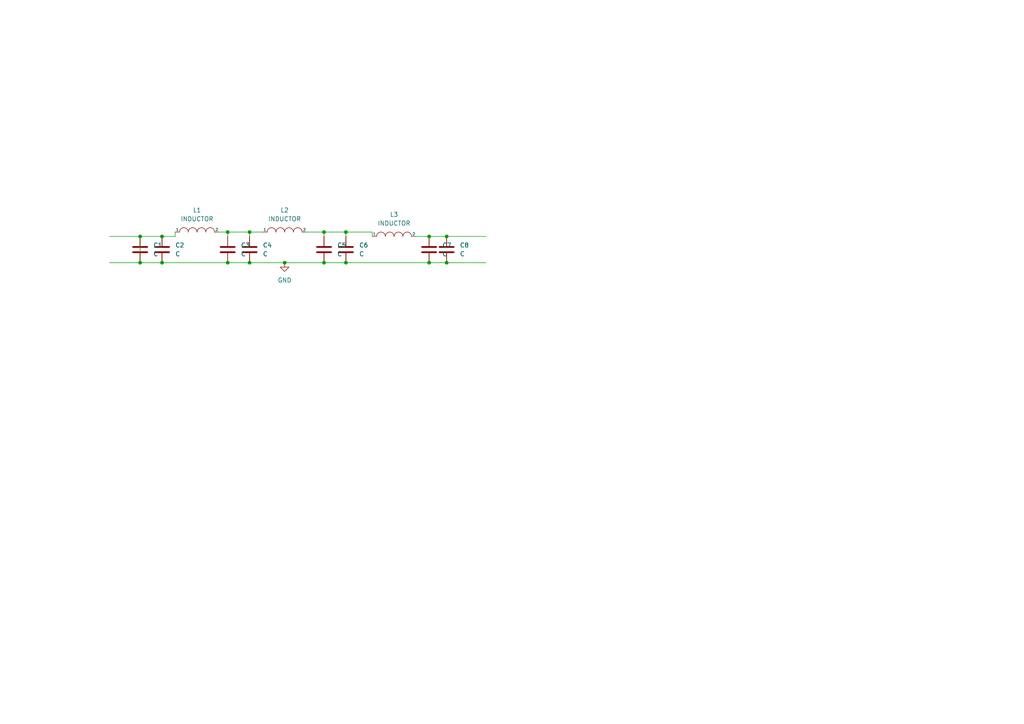
<source format=kicad_sch>
(kicad_sch (version 20211123) (generator eeschema)
  (paper "A4")
  (lib_symbols
    (symbol "Device:C" (pin_numbers hide) (pin_names (offset 0.254))
      (property "Reference" "C" (at 0.635 2.54 0))
      (property "Value" "C" (at 0.635 -2.54 0))
      (symbol "C_0_1"
        (polyline (pts (xy -2.032 -0.762) (xy 2.032 -0.762)) (stroke (width 0.508)))
        (polyline (pts (xy -2.032 0.762) (xy 2.032 0.762)) (stroke (width 0.508)))
      )
      (symbol "C_1_1"
        (pin passive line (at 0 3.81 270) (length 2.794) (name "~") (number "1"))
        (pin passive line (at 0 -3.81 90) (length 2.794) (name "~") (number "2"))
      )
    )
    (symbol "power:GND" (power) (pin_names (offset 0))
      (property "Value" "GND" (at 0 -3.81 0))
      (symbol "GND_0_1"
        (polyline (pts (xy 0 0) (xy 0 -1.27) (xy 1.27 -1.27) (xy 0 -2.54) (xy -1.27 -1.27) (xy 0 -1.27)))
      )
      (symbol "GND_1_1"
        (pin power_in line (at 0 0 270) (length 0) hide (name "GND") (number "1"))
      )
    )
    (symbol "pspice:INDUCTOR" (pin_numbers hide) (pin_names (offset 0))
      (property "Reference" "L" (at 0 2.54 0))
      (property "Value" "INDUCTOR" (at 0 -1.27 0))
      (symbol "INDUCTOR_0_1"
        (arc (start -2.54 0) (mid -3.81 1.27) (end -5.08 0))
        (arc (start 0 0) (mid -1.27 1.27) (end -2.54 0))
        (arc (start 2.54 0) (mid 1.27 1.27) (end 0 0))
        (arc (start 5.08 0) (mid 3.81 1.27) (end 2.54 0))
      )
      (symbol "INDUCTOR_1_1"
        (pin input line (at -6.35 0 0) (length 1.27) (name "1") (number "1"))
        (pin input line (at 6.35 0 180) (length 1.27) (name "2") (number "2"))
      )
    )
  )
  (junction (at 72.39 67.31))
  (junction (at 93.98 67.31))
  (junction (at 66.04 67.31))
  (junction (at 124.46 68.58))
  (junction (at 40.64 68.58))
  (junction (at 93.98 76.2))
  (junction (at 129.54 68.58))
  (junction (at 100.33 76.2))
  (junction (at 46.99 76.2))
  (junction (at 129.54 76.2))
  (junction (at 124.46 76.2))
  (junction (at 100.33 67.31))
  (junction (at 72.39 76.2))
  (junction (at 40.64 76.2))
  (junction (at 82.55 76.2))
  (junction (at 46.99 68.58))
  (junction (at 66.04 76.2))
  (wire (pts (xy 40.64 68.58) (xy 46.99 68.58)))
  (wire (pts (xy 66.04 67.31) (xy 66.04 68.58)))
  (wire (pts (xy 93.98 67.31) (xy 93.98 68.58)))
  (wire (pts (xy 40.64 76.2) (xy 46.99 76.2)))
  (wire (pts (xy 72.39 67.31) (xy 66.04 67.31)))
  (wire (pts (xy 100.33 67.31) (xy 100.33 68.58)))
  (wire (pts (xy 46.99 68.58) (xy 50.8 68.58)))
  (wire (pts (xy 124.46 68.58) (xy 129.54 68.58)))
  (wire (pts (xy 93.98 67.31) (xy 100.33 67.31)))
  (wire (pts (xy 100.33 76.2) (xy 124.46 76.2)))
  (wire (pts (xy 82.55 76.2) (xy 93.98 76.2)))
  (wire (pts (xy 100.33 67.31) (xy 107.95 67.31)))
  (wire (pts (xy 93.98 76.2) (xy 100.33 76.2)))
  (wire (pts (xy 66.04 76.2) (xy 72.39 76.2)))
  (wire (pts (xy 50.8 68.58) (xy 50.8 67.31)))
  (wire (pts (xy 40.64 68.58) (xy 40.64 76.2)))
  (wire (pts (xy 120.65 68.58) (xy 124.46 68.58)))
  (wire (pts (xy 72.39 67.31) (xy 76.2 67.31)))
  (wire (pts (xy 107.95 67.31) (xy 107.95 68.58)))
  (wire (pts (xy 129.54 76.2) (xy 140.97 76.2)))
  (wire (pts (xy 129.54 68.58) (xy 140.97 68.58)))
  (wire (pts (xy 124.46 76.2) (xy 129.54 76.2)))
  (wire (pts (xy 31.75 76.2) (xy 40.64 76.2)))
  (wire (pts (xy 72.39 68.58) (xy 72.39 67.31)))
  (wire (pts (xy 88.9 67.31) (xy 93.98 67.31)))
  (wire (pts (xy 72.39 76.2) (xy 82.55 76.2)))
  (wire (pts (xy 46.99 76.2) (xy 66.04 76.2)))
  (wire (pts (xy 31.75 68.58) (xy 40.64 68.58)))
  (wire (pts (xy 63.5 67.31) (xy 66.04 67.31)))
  (symbol (lib_id "pspice:INDUCTOR") (at 82.55 67.31 0) (unit 1)
    (property "Reference" "L2" (at 82.55 60.96 0))
    (property "Value" "INDUCTOR" (at 82.55 63.5 0))
    (property "Footprint" "Inductor_THT:L_Toroid_Vertical_L14.7mm_W8.6mm_P5.58mm_Pulse_KM-1" (effects hide))
  )
  (symbol (lib_id "pspice:INDUCTOR") (at 114.3 68.58 0) (unit 1)
    (property "Reference" "L3" (at 114.3 62.23 0))
    (property "Value" "INDUCTOR" (at 114.3 64.77 0))
    (property "Footprint" "Inductor_THT:L_Toroid_Vertical_L14.7mm_W8.6mm_P5.58mm_Pulse_KM-1" (effects hide))
  )
  (symbol (lib_id "Device:C") (at 46.99 72.39 0) (unit 1)
    (property "Reference" "C2" (at 50.8 71.1199 0) (effects (justify left)))
    (property "Value" "C" (at 50.8 73.6599 0) (effects (justify left)))
    (property "Footprint" "Capacitor_SMD:C_1206_3216Metric" (effects hide))
  )
  (symbol (lib_id "Device:C") (at 100.33 72.39 0) (unit 1)
    (property "Reference" "C6" (at 104.14 71.1199 0) (effects (justify left)))
    (property "Value" "C" (at 104.14 73.6599 0) (effects (justify left)))
    (property "Footprint" "Capacitor_SMD:C_1206_3216Metric" (effects hide))
  )
  (symbol (lib_id "Device:C") (at 129.54 72.39 0) (unit 1)
    (property "Reference" "C8" (at 133.35 71.1199 0) (effects (justify left)))
    (property "Value" "C" (at 133.35 73.6599 0) (effects (justify left)))
    (property "Footprint" "Capacitor_SMD:C_1206_3216Metric" (effects hide))
  )
  (symbol (lib_id "power:GND") (at 82.55 76.2 0) (unit 1)
    (property "Reference" "#PWR0101" (effects hide))
    (property "Value" "GND" (at 82.55 81.28 0))
  )
  (symbol (lib_id "Device:C") (at 124.46 72.39 0) (unit 1)
    (property "Reference" "C7" (at 128.27 71.1199 0) (effects (justify left)))
    (property "Value" "C" (at 128.27 73.6599 0) (effects (justify left)))
    (property "Footprint" "Capacitor_SMD:C_1206_3216Metric" (effects hide))
  )
  (symbol (lib_id "Device:C") (at 93.98 72.39 0) (unit 1)
    (property "Reference" "C5" (at 97.79 71.1199 0) (effects (justify left)))
    (property "Value" "C" (at 97.79 73.6599 0) (effects (justify left)))
    (property "Footprint" "Capacitor_SMD:C_1206_3216Metric" (effects hide))
  )
  (symbol (lib_id "pspice:INDUCTOR") (at 57.15 67.31 0) (unit 1)
    (property "Reference" "L1" (at 57.15 60.96 0))
    (property "Value" "INDUCTOR" (at 57.15 63.5 0))
    (property "Footprint" "Inductor_THT:L_Toroid_Vertical_L14.7mm_W8.6mm_P5.58mm_Pulse_KM-1" (effects hide))
  )
  (symbol (lib_id "Device:C") (at 72.39 72.39 0) (unit 1)
    (property "Reference" "C4" (at 76.2 71.1199 0) (effects (justify left)))
    (property "Value" "C" (at 76.2 73.6599 0) (effects (justify left)))
    (property "Footprint" "Capacitor_SMD:C_1206_3216Metric" (effects hide))
  )
  (symbol (lib_id "Device:C") (at 40.64 72.39 0) (unit 1)
    (property "Reference" "C1" (at 44.45 71.1199 0) (effects (justify left)))
    (property "Value" "C" (at 44.45 73.6599 0) (effects (justify left)))
    (property "Footprint" "Capacitor_SMD:C_1206_3216Metric" (effects hide))
  )
  (symbol (lib_id "Device:C") (at 66.04 72.39 0) (unit 1)
    (property "Reference" "C3" (at 69.85 71.1199 0) (effects (justify left)))
    (property "Value" "C" (at 69.85 73.6599 0) (effects (justify left)))
    (property "Footprint" "Capacitor_SMD:C_1206_3216Metric" (effects hide))
  )
)
</source>
